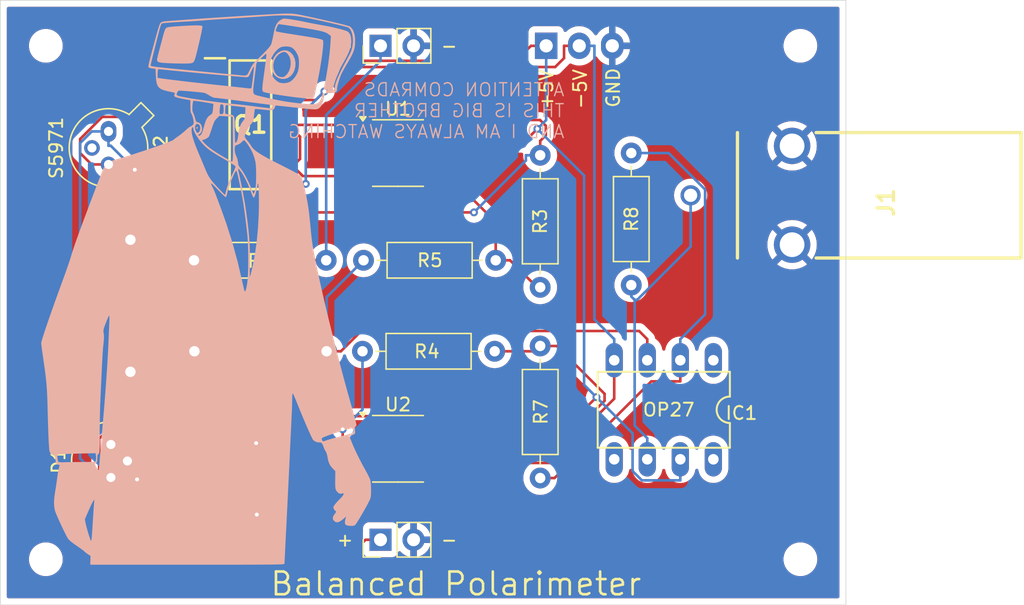
<source format=kicad_pcb>
(kicad_pcb (version 20240108) (generator "pcbnew") (generator_version "8.0")
  (layers (0 "F.Cu" signal) (31 "B.Cu" signal) (34 "B.Paste" user) (35 "F.Paste" user) (36 "B.SilkS" user "B.Silkscreen") (37 "F.SilkS" user "F.Silkscreen") (38 "B.Mask" user) (39 "F.Mask" user) (44 "Edge.Cuts" user))
  (net 0 "")
  (net 1 "+5V")
  (net 2 "Net-(D1-A)")
  (net 3 "GND")
  (net 4 "Net-(D2-A)")
  (net 5 "Net-(IC1-Pad2)")
  (net 6 "-5V")
  (net 9 "V_out")
  (net 10 "Net-(IC1-Pad3)")
  (net 11 "Net-(Q1-BASE_#1)")
  (net 12 "Net-(Q1-COLLECTOR_#3_1)")
  (net 13 "Net-(J3-Pin_1)")
  (net 14 "Net-(Q2-BASE_#1)")
  (net 15 "Net-(Q2-COLLECTOR_#3_1)")
  (net 16 "Net-(R3-Pad1)")
  (net 17 "Net-(R4-Pad1)")
  (net 22 "Net-(J5-Pin_1)")
  (footprint "Resistor_THT:R_Axial_DIN0207_L6.3mm_D2.5mm_P10.16mm_Horizontal" (layer "F.Cu") (at 170.5 83.4087 90)
    (property "Reference" "R8" (at 5.0751 0.0102 90) (layer "F.SilkS"))
    (property "Value" "20k" (hide yes))
    (pad "1" thru_hole circle (at 0 0 90) (size 1.6 1.6) (drill 0.8) (layers "*.Cu" "*.Mask") (net 9 "V_out"))
    (pad "2" thru_hole oval (at 10.16 0 90) (size 1.6 1.6) (drill 0.8) (layers "*.Cu" "*.Mask") (net 5 "Net-(IC1-Pad2)"))
  )
  (footprint "Resistor_THT:R_Axial_DIN0207_L6.3mm_D2.5mm_P10.16mm_Horizontal" (layer "F.Cu") (at 163.5 83.58 90)
    (property "Reference" "R3" (at 5.0686 -0.0002 90) (layer "F.SilkS"))
    (property "Value" "20k" (hide yes))
    (pad "1" thru_hole circle (at 0 0 90) (size 1.6 1.6) (drill 0.8) (layers "*.Cu" "*.Mask") (net 16 "Net-(R3-Pad1)"))
    (pad "2" thru_hole oval (at 10.16 0 90) (size 1.6 1.6) (drill 0.8) (layers "*.Cu" "*.Mask") (net 12 "Net-(Q1-COLLECTOR_#3_1)"))
  )
  (footprint "Resistor_THT:R_Axial_DIN0207_L6.3mm_D2.5mm_P10.16mm_Horizontal" (layer "F.Cu") (at 163.5 88.0913 -90)
    (property "Reference" "R7" (at 5.08 -0.0506 -90) (layer "F.SilkS"))
    (property "Value" "20k" (hide yes))
    (pad "1" thru_hole circle (at 0 0 270) (size 1.6 1.6) (drill 0.8) (layers "*.Cu" "*.Mask") (net 17 "Net-(R4-Pad1)"))
    (pad "2" thru_hole oval (at 10.16 0 270) (size 1.6 1.6) (drill 0.8) (layers "*.Cu" "*.Mask") (net 5 "Net-(IC1-Pad2)"))
  )
  (footprint "Package_SO:SOIC-8-1EP_3.9x4.9mm_P1.27mm_EP2.29x3mm" (layer "F.Cu") (at 152.57 73.25)
    (property "Reference" "U1" (at 0 -3.4 0) (layer "F.SilkS"))
    (property "Value" "ADA4898-1YRDZ" (hide yes))
    (pad "1" smd roundrect (at -2.475 -1.905) (size 1.95 0.6) (layers "F.Cu" "F.Paste" "F.Mask"))
    (pad "2" smd roundrect (at -2.475 -0.635) (size 1.95 0.6) (layers "F.Cu" "F.Paste" "F.Mask") (net 12 "Net-(Q1-COLLECTOR_#3_1)"))
    (pad "3" smd roundrect (at -2.475 0.635) (size 1.95 0.6) (layers "F.Cu" "F.Paste" "F.Mask") (net 3 "GND"))
    (pad "4" smd roundrect (at -2.475 1.905) (size 1.95 0.6) (layers "F.Cu" "F.Paste" "F.Mask") (net 6 "-5V"))
    (pad "5" smd roundrect (at 2.475 1.905) (size 1.95 0.6) (layers "F.Cu" "F.Paste" "F.Mask"))
    (pad "6" smd roundrect (at 2.475 0.635) (size 1.95 0.6) (layers "F.Cu" "F.Paste" "F.Mask") (net 16 "Net-(R3-Pad1)"))
    (pad "7" smd roundrect (at 2.475 -0.635) (size 1.95 0.6) (layers "F.Cu" "F.Paste" "F.Mask") (net 1 "+5V"))
    (pad "8" smd roundrect (at 2.475 -1.905) (size 1.95 0.6) (layers "F.Cu" "F.Paste" "F.Mask"))
    (pad "9" smd rect (at 0 0) (size 2.29 3) (property pad_prop_heatsink) (layers "F.Cu" "F.Mask"))
  )
  (footprint "Resistor_THT:R_Axial_DIN0207_L6.3mm_D2.5mm_P10.16mm_Horizontal" (layer "F.Cu") (at 132 90.08 90)
    (property "Reference" "R2" (at 5.0154 -0.0216 90) (layer "F.SilkS"))
    (property "Value" "20k" (hide yes))
    (pad "1" thru_hole circle (at 0 0 90) (size 1.6 1.6) (drill 0.8) (layers "*.Cu" "*.Mask") (net 13 "Net-(J3-Pin_1)"))
    (pad "2" thru_hole oval (at 10.16 0 90) (size 1.6 1.6) (drill 0.8) (layers "*.Cu" "*.Mask") (net 3 "GND"))
  )
  (footprint "Resistor_THT:R_Axial_DIN0207_L6.3mm_D2.5mm_P10.16mm_Horizontal" (layer "F.Cu") (at 149.92 81.5)
    (property "Reference" "R5" (at 5.0962 0.0086 0) (layer "F.SilkS"))
    (property "Value" "20k" (hide yes))
    (pad "1" thru_hole circle (at 0 0) (size 1.6 1.6) (drill 0.8) (layers "*.Cu" "*.Mask") (net 10 "Net-(IC1-Pad3)"))
    (pad "2" thru_hole oval (at 10.16 0) (size 1.6 1.6) (drill 0.8) (layers "*.Cu" "*.Mask") (net 16 "Net-(R3-Pad1)"))
  )
  (footprint "Connector_PinHeader_2.54mm:PinHeader_1x02_P2.54mm_Vertical" (layer "F.Cu") (at 151.225 103 90)
    (property "Reference" "J3" (hide yes))
    (property "Value" "Conn_01x02_Pin" (hide yes))
    (pad "1" thru_hole rect (at 0 0 90) (size 1.7 1.7) (drill 1) (layers "*.Cu" "*.Mask") (net 13 "Net-(J3-Pin_1)"))
    (pad "2" thru_hole oval (at 0 2.54 90) (size 1.7 1.7) (drill 1) (layers "*.Cu" "*.Mask") (net 3 "GND"))
  )
  (footprint "Senior Design:73100-0105" (layer "F.Cu") (at 200.4625 76.5 90)
    (property "Reference" "J1" (at -0.54622 -10.37956 90) (layer "F.SilkS") (effects (font (size 1.27 1.27) (thickness 0.254))))
    (property "Value" "73100-0105" (hide yes))
    (pad "1" thru_hole circle (at -3.8 -17.6 90) (size 2.8 2.8) (drill 1.9) (layers "*.Cu" "*.Mask") (net 3 "GND"))
    (pad "2" thru_hole circle (at 3.8 -17.6 90) (size 2.8 2.8) (drill 1.9) (layers "*.Cu" "*.Mask") (net 3 "GND"))
    (pad "3" thru_hole circle (at 0 -25.4 90) (size 1.55 1.55) (drill 1.02) (layers "*.Cu" "*.Mask") (net 9 "V_out"))
  )
  (footprint "Package_TO_SOT_THT:TO-18-3" (layer "F.Cu") (at 130.5 98.2113 90)
    (property "Reference" "D1" (at 1.27 -4.02 90) (layer "F.SilkS"))
    (property "Value" "S5971" (at 1.27 4.02 90) (layer "F.SilkS"))
    (fp_text user "${REFERENCE}" (at 1.27 -4.02 90) (layer "F.SilkS"))
    (pad "1" thru_hole oval (at 0 0 90) (size 1.6 1.2) (drill 0.7) (layers "*.Cu" "*.Mask") (net 6 "-5V"))
    (pad "2" thru_hole circle (at 1.27 1.27 90) (size 1.2 1.2) (drill 0.7) (layers "*.Cu" "*.Mask") (net 3 "GND"))
    (pad "3" thru_hole circle (at 2.54 0 90) (size 1.2 1.2) (drill 0.7) (layers "*.Cu" "*.Mask") (net 2 "Net-(D1-A)"))
  )
  (footprint "MountingHole:MountingHole_2.1mm" (layer "F.Cu") (at 125.5 65)
    (property "Reference" "H1" (hide yes))
    (property "Value" "MountingHole" (hide yes))
    (pad "" np_thru_hole circle (at 0 0) (size 2.1 2.1) (drill 2.1) (layers "*.Cu" "*.Mask"))
  )
  (footprint "Senior Design:SOIC127P600X175-16N" (layer "F.Cu") (at 141.225 71.0763)
    (property "Reference" "Q1" (at 0 0 0) (layer "F.SilkS") (effects (font (size 1.27 1.27) (thickness 0.254))))
    (property "Value" "MMPQ3904" (hide yes))
    (fp_text user "${REFERENCE}" (at 0 0 0) (layer "F.SilkS") (effects (font (size 1.27 1.27) (thickness 0.254))))
    (pad "1" smd rect (at -2.725 -4.445 90) (size 0.65 1.55) (layers "F.Cu" "F.Paste" "F.Mask") (net 4 "Net-(D2-A)"))
    (pad "2" smd rect (at -2.725 -3.175 90) (size 0.65 1.55) (layers "F.Cu" "F.Paste" "F.Mask") (net 4 "Net-(D2-A)"))
    (pad "3" smd rect (at -2.725 -1.905 90) (size 0.65 1.55) (layers "F.Cu" "F.Paste" "F.Mask") (net 1 "+5V"))
    (pad "4" smd rect (at -2.725 -0.635 90) (size 0.65 1.55) (layers "F.Cu" "F.Paste" "F.Mask") (net 1 "+5V"))
    (pad "5" smd rect (at -2.725 0.635 90) (size 0.65 1.55) (layers "F.Cu" "F.Paste" "F.Mask") (net 12 "Net-(Q1-COLLECTOR_#3_1)"))
    (pad "6" smd rect (at -2.725 1.905 90) (size 0.65 1.55) (layers "F.Cu" "F.Paste" "F.Mask") (net 12 "Net-(Q1-COLLECTOR_#3_1)"))
    (pad "7" smd rect (at -2.725 3.175 90) (size 0.65 1.55) (layers "F.Cu" "F.Paste" "F.Mask") (net 22 "Net-(J5-Pin_1)"))
    (pad "8" smd rect (at -2.725 4.445 90) (size 0.65 1.55) (layers "F.Cu" "F.Paste" "F.Mask") (net 22 "Net-(J5-Pin_1)"))
    (pad "9" smd rect (at 2.725 4.445 90) (size 0.65 1.55) (layers "F.Cu" "F.Paste" "F.Mask") (net 11 "Net-(Q1-BASE_#1)"))
    (pad "10" smd rect (at 2.725 3.175 90) (size 0.65 1.55) (layers "F.Cu" "F.Paste" "F.Mask") (net 6 "-5V"))
    (pad "11" smd rect (at 2.725 1.905 90) (size 0.65 1.55) (layers "F.Cu" "F.Paste" "F.Mask") (net 11 "Net-(Q1-BASE_#1)"))
    (pad "12" smd rect (at 2.725 0.635 90) (size 0.65 1.55) (layers "F.Cu" "F.Paste" "F.Mask") (net 6 "-5V"))
    (pad "13" smd rect (at 2.725 -0.635 90) (size 0.65 1.55) (layers "F.Cu" "F.Paste" "F.Mask") (net 4 "Net-(D2-A)"))
    (pad "14" smd rect (at 2.725 -1.905 90) (size 0.65 1.55) (layers "F.Cu" "F.Paste" "F.Mask") (net 11 "Net-(Q1-BASE_#1)"))
    (pad "15" smd rect (at 2.725 -3.175 90) (size 0.65 1.55) (layers "F.Cu" "F.Paste" "F.Mask") (net 11 "Net-(Q1-BASE_#1)"))
    (pad "16" smd rect (at 2.725 -4.445 90) (size 0.65 1.55) (layers "F.Cu" "F.Paste" "F.Mask") (net 6 "-5V"))
  )
  (footprint "MountingHole:MountingHole_2.1mm" (layer "F.Cu") (at 183.5 104.5)
    (property "Reference" "H4" (hide yes))
    (property "Value" "MountingHole" (hide yes))
    (pad "" np_thru_hole circle (at 0 0) (size 2.1 2.1) (drill 2.1) (layers "*.Cu" "*.Mask"))
  )
  (footprint "Senior Design:SOIC127P600X175-16N" (layer "F.Cu") (at 141.275 98.6713)
    (property "Reference" "Q2" (at 0 0 0) (layer "F.SilkS") (effects (font (size 1.27 1.27) (thickness 0.254))))
    (property "Value" "MMPQ3904" (hide yes))
    (fp_text user "${REFERENCE}" (at 0 0 0) (layer "F.SilkS") (effects (font (size 1.27 1.27) (thickness 0.254))))
    (pad "1" smd rect (at -2.725 -4.445 90) (size 0.65 1.55) (layers "F.Cu" "F.Paste" "F.Mask") (net 2 "Net-(D1-A)"))
    (pad "2" smd rect (at -2.725 -3.175 90) (size 0.65 1.55) (layers "F.Cu" "F.Paste" "F.Mask") (net 2 "Net-(D1-A)"))
    (pad "3" smd rect (at -2.725 -1.905 90) (size 0.65 1.55) (layers "F.Cu" "F.Paste" "F.Mask") (net 1 "+5V"))
    (pad "4" smd rect (at -2.725 -0.635 90) (size 0.65 1.55) (layers "F.Cu" "F.Paste" "F.Mask") (net 1 "+5V"))
    (pad "5" smd rect (at -2.725 0.635 90) (size 0.65 1.55) (layers "F.Cu" "F.Paste" "F.Mask") (net 15 "Net-(Q2-COLLECTOR_#3_1)"))
    (pad "6" smd rect (at -2.725 1.905 90) (size 0.65 1.55) (layers "F.Cu" "F.Paste" "F.Mask") (net 15 "Net-(Q2-COLLECTOR_#3_1)"))
    (pad "7" smd rect (at -2.725 3.175 90) (size 0.65 1.55) (layers "F.Cu" "F.Paste" "F.Mask") (net 13 "Net-(J3-Pin_1)"))
    (pad "8" smd rect (at -2.725 4.445 90) (size 0.65 1.55) (layers "F.Cu" "F.Paste" "F.Mask") (net 13 "Net-(J3-Pin_1)"))
    (pad "9" smd rect (at 2.725 4.445 90) (size 0.65 1.55) (layers "F.Cu" "F.Paste" "F.Mask") (net 14 "Net-(Q2-BASE_#1)"))
    (pad "10" smd rect (at 2.725 3.175 90) (size 0.65 1.55) (layers "F.Cu" "F.Paste" "F.Mask") (net 6 "-5V"))
    (pad "11" smd rect (at 2.725 1.905 90) (size 0.65 1.55) (layers "F.Cu" "F.Paste" "F.Mask") (net 14 "Net-(Q2-BASE_#1)"))
    (pad "12" smd rect (at 2.725 0.635 90) (size 0.65 1.55) (layers "F.Cu" "F.Paste" "F.Mask") (net 6 "-5V"))
    (pad "13" smd rect (at 2.725 -0.635 90) (size 0.65 1.55) (layers "F.Cu" "F.Paste" "F.Mask") (net 2 "Net-(D1-A)"))
    (pad "14" smd rect (at 2.725 -1.905 90) (size 0.65 1.55) (layers "F.Cu" "F.Paste" "F.Mask") (net 14 "Net-(Q2-BASE_#1)"))
    (pad "15" smd rect (at 2.725 -3.175 90) (size 0.65 1.55) (layers "F.Cu" "F.Paste" "F.Mask") (net 14 "Net-(Q2-BASE_#1)"))
    (pad "16" smd rect (at 2.725 -4.445 90) (size 0.65 1.55) (layers "F.Cu" "F.Paste" "F.Mask") (net 6 "-5V"))
  )
  (footprint "MountingHole:MountingHole_2.1mm" (layer "F.Cu") (at 125.5 104.5)
    (property "Reference" "H3" (hide yes))
    (property "Value" "MountingHole" (hide yes))
    (pad "" np_thru_hole circle (at 0 0) (size 2.1 2.1) (drill 2.1) (layers "*.Cu" "*.Mask"))
  )
  (footprint "MountingHole:MountingHole_2.1mm" (layer "F.Cu") (at 183.5 65)
    (property "Reference" "H2" (hide yes))
    (property "Value" "MountingHole" (hide yes))
    (pad "" np_thru_hole circle (at 0 0) (size 2.1 2.1) (drill 2.1) (layers "*.Cu" "*.Mask"))
  )
  (footprint "Senior Design:DIL08" (layer "F.Cu") (at 173 93 180)
    (property "Reference" "IC1" (at -5.969 -0.254 0) (layer "F.SilkS"))
    (property "Value" "OP27" (at -0.381 0 0) (layer "F.SilkS"))
    (pad "1" thru_hole oval (at -3.81 3.81 180) (size 1.3208 2.6416) (drill 0.8128) (layers "*.Cu" "*.Mask"))
    (pad "2" thru_hole oval (at -1.27 3.81 180) (size 1.3208 2.6416) (drill 0.8128) (layers "*.Cu" "*.Mask") (net 5 "Net-(IC1-Pad2)"))
    (pad "3" thru_hole oval (at 1.27 3.81 180) (size 1.3208 2.6416) (drill 0.8128) (layers "*.Cu" "*.Mask") (net 10 "Net-(IC1-Pad3)"))
    (pad "4" thru_hole oval (at 3.81 3.81 180) (size 1.3208 2.6416) (drill 0.8128) (layers "*.Cu" "*.Mask") (net 6 "-5V"))
    (pad "5" thru_hole oval (at 3.81 -3.81 180) (size 1.3208 2.6416) (drill 0.8128) (layers "*.Cu" "*.Mask"))
    (pad "6" thru_hole oval (at 1.27 -3.81 180) (size 1.3208 2.6416) (drill 0.8128) (layers "*.Cu" "*.Mask") (net 9 "V_out"))
    (pad "7" thru_hole oval (at -1.27 -3.81 180) (size 1.3208 2.6416) (drill 0.8128) (layers "*.Cu" "*.Mask") (net 1 "+5V"))
    (pad "8" thru_hole oval (at -3.81 -3.81 180) (size 1.3208 2.6416) (drill 0.8128) (layers "*.Cu" "*.Mask"))
  )
  (footprint "Package_TO_SOT_THT:TO-18-3" (layer "F.Cu") (at 130.3153 71.586 -90)
    (property "Reference" "D2" (at 1.27 -4.02 90) (layer "F.SilkS"))
    (property "Value" "S5971" (at 1.27 4.02 90) (layer "F.SilkS"))
    (fp_text user "${REFERENCE}" (at 1.27 -4.02 90) (layer "F.SilkS"))
    (pad "1" thru_hole oval (at 0 0 270) (size 1.6 1.2) (drill 0.7) (layers "*.Cu" "*.Mask") (net 6 "-5V"))
    (pad "2" thru_hole circle (at 1.27 1.27 270) (size 1.2 1.2) (drill 0.7) (layers "*.Cu" "*.Mask") (net 3 "GND"))
    (pad "3" thru_hole circle (at 2.54 0 270) (size 1.2 1.2) (drill 0.7) (layers "*.Cu" "*.Mask") (net 4 "Net-(D2-A)"))
  )
  (footprint "Resistor_THT:R_Axial_DIN0207_L6.3mm_D2.5mm_P10.16mm_Horizontal" (layer "F.Cu") (at 160 88.5 180)
    (property "Reference" "R4" (at 5.2124 -0.019 180) (layer "F.SilkS"))
    (property "Value" "20k" (hide yes))
    (pad "1" thru_hole circle (at 0 0 180) (size 1.6 1.6) (drill 0.8) (layers "*.Cu" "*.Mask") (net 17 "Net-(R4-Pad1)"))
    (pad "2" thru_hole oval (at 10.16 0 180) (size 1.6 1.6) (drill 0.8) (layers "*.Cu" "*.Mask") (net 15 "Net-(Q2-COLLECTOR_#3_1)"))
  )
  (footprint "Resistor_THT:R_Axial_DIN0207_L6.3mm_D2.5mm_P10.16mm_Horizontal" (layer "F.Cu") (at 136.92 88.5)
    (property "Reference" "R6" (at 5.066 -0.0064 0) (layer "F.SilkS"))
    (property "Value" "20k" (hide yes))
    (pad "1" thru_hole circle (at 0 0) (size 1.6 1.6) (drill 0.8) (layers "*.Cu" "*.Mask") (net 3 "GND"))
    (pad "2" thru_hole oval (at 10.16 0) (size 1.6 1.6) (drill 0.8) (layers "*.Cu" "*.Mask") (net 10 "Net-(IC1-Pad3)"))
  )
  (footprint "Connector_PinHeader_2.54mm:PinHeader_1x02_P2.54mm_Vertical" (layer "F.Cu") (at 151.225 65 90)
    (property "Reference" "J5" (hide yes))
    (property "Value" "Conn_01x02_Pin" (hide yes))
    (pad "1" thru_hole rect (at 0 0 90) (size 1.7 1.7) (drill 1) (layers "*.Cu" "*.Mask") (net 22 "Net-(J5-Pin_1)"))
    (pad "2" thru_hole oval (at 0 2.54 90) (size 1.7 1.7) (drill 1) (layers "*.Cu" "*.Mask") (net 3 "GND"))
  )
  (footprint "Package_SO:SOIC-8-1EP_3.9x4.9mm_P1.27mm_EP2.29x3mm" (layer "F.Cu") (at 152.57 96)
    (property "Reference" "U2" (at 0 -3.4 0) (layer "F.SilkS"))
    (property "Value" "ADA4898-1YRDZ" (hide yes))
    (pad "1" smd roundrect (at -2.475 -1.905) (size 1.95 0.6) (layers "F.Cu" "F.Paste" "F.Mask"))
    (pad "2" smd roundrect (at -2.475 -0.635) (size 1.95 0.6) (layers "F.Cu" "F.Paste" "F.Mask") (net 15 "Net-(Q2-COLLECTOR_#3_1)"))
    (pad "3" smd roundrect (at -2.475 0.635) (size 1.95 0.6) (layers "F.Cu" "F.Paste" "F.Mask") (net 3 "GND"))
    (pad "4" smd roundrect (at -2.475 1.905) (size 1.95 0.6) (layers "F.Cu" "F.Paste" "F.Mask") (net 6 "-5V"))
    (pad "5" smd roundrect (at 2.475 1.905) (size 1.95 0.6) (layers "F.Cu" "F.Paste" "F.Mask"))
    (pad "6" smd roundrect (at 2.475 0.635) (size 1.95 0.6) (layers "F.Cu" "F.Paste" "F.Mask") (net 17 "Net-(R4-Pad1)"))
    (pad "7" smd roundrect (at 2.475 -0.635) (size 1.95 0.6) (layers "F.Cu" "F.Paste" "F.Mask") (net 1 "+5V"))
    (pad "8" smd roundrect (at 2.475 -1.905) (size 1.95 0.6) (layers "F.Cu" "F.Paste" "F.Mask"))
    (pad "9" smd rect (at 0 0) (size 2.29 3) (property pad_prop_heatsink) (layers "F.Cu" "F.Mask"))
  )
  (footprint "Connector:FanPinHeader_1x03_P2.54mm_Vertical" (layer "F.Cu") (at 163.96 65)
    (property "Reference" "J2" (hide yes))
    (property "Value" "Conn_01x03_Pin" (hide yes))
    (pad "1" thru_hole rect (at 0 0 90) (size 2.03 1.73) (drill 1.02) (layers "*.Cu" "*.Mask") (net 1 "+5V"))
    (pad "2" thru_hole oval (at 2.54 0 90) (size 2.03 1.73) (drill 1.02) (layers "*.Cu" "*.Mask") (net 6 "-5V"))
    (pad "3" thru_hole oval (at 5.08 0 90) (size 2.03 1.73) (drill 1.02) (layers "*.Cu" "*.Mask") (net 3 "GND"))
  )
  (footprint "Resistor_THT:R_Axial_DIN0207_L6.3mm_D2.5mm_P10.16mm_Horizontal" (layer "F.Cu") (at 147.0488 81.5 180)
    (property "Reference" "R1" (at 5.0628 -0.0594 0) (layer "F.SilkS"))
    (property "Value" "20k" (hide yes))
    (pad "1" thru_hole circle (at 0 0 180) (size 1.6 1.6) (drill 0.8) (layers "*.Cu" "*.Mask") (net 22 "Net-(J5-Pin_1)"))
    (pad "2" thru_hole oval (at 10.16 0 180) (size 1.6 1.6) (drill 0.8) (layers "*.Cu" "*.Mask") (net 3 "GND"))
  )
  (footprint "S25-36:Big_Brother" (layer "B.Cu") (at 137.325905 81.63269 180)
    (property "Reference" "G***" (at 0 0 0) (layer "B.SilkS") (effects (font (size 1.5 1.5) (thickness 0.3)) (justify mirror)))
    (property "Value" "LOGO" (hide yes))
  )
  (gr_rect (start 122 61.5) (end 187 108) (stroke (width 0.05)) (fill none) (layer "Edge.Cuts"))
  (gr_text "ATTENTION COMRADS\nTHIS IS BIG BROTHER\nAND I AM ALWAYS WATCHING" (at 165.4302 72.1868 0) (layer "B.SilkS") (effects (font (size 1 1) (thickness 0.1)) (justify left bottom mirror)))
  (gr_text "-" (at 156.5 65 0) (layer "F.SilkS") (effects (font (size 1 1))))
  (gr_text "GND" (at 169.1132 68.2244 90) (layer "F.SilkS") (effects (font (size 1 1))))
  (gr_text "Balanced Polarimeter" (at 157.0228 107.4166 0) (layer "F.SilkS") (effects (font (size 1.75 1.75) (thickness 0.2)) (justify bottom)))
  (gr_text "-5V" (at 166.5732 68.326 90) (layer "F.SilkS") (effects (font (size 1 1))))
  (gr_text "+" (at 148.5 103 0) (layer "F.SilkS") (effects (font (size 1 1))))
  (gr_text "+5V" (at 163.9824 68.3514 90) (layer "F.SilkS") (effects (font (size 1 1))))
  (gr_text "-" (at 156.5 103 0) (layer "F.SilkS") (effects (font (size 1 1))))
  (gr_text "+" (at 148.5 65 0) (layer "F.SilkS") (effects (font (size 1 1))))
  (segment (start 137.4748 96.7663) (end 137.4737 96.7663) (width 0.2) (layer "F.Cu") (net 1))
  (segment (start 137.4737 96.7663) (end 137.4733 96.7659) (width 0.2) (layer "F.Cu") (net 1))
  (segment (start 145.8392 65.9972) (end 142.9567 65.9972) (width 0.2) (layer "F.Cu") (net 1))
  (segment (start 145.9937 66.1517) (end 145.8392 65.9972) (width 0.2) (layer "F.Cu") (net 1))
  (segment (start 137.4733 96.7659) (end 137.4733 94.9899) (width 0.2) (layer "F.Cu") (net 1))
  (segment (start 139.4738 69.4801) (end 139.5767 69.5831) (width 0.2) (layer "F.Cu") (net 1))
  (segment (start 156.3488 93.4925) (end 156.3488 94.4755) (width 0.2) (layer "F.Cu") (net 1))
  (segment (start 146.4034 93.4925) (end 156.3488 93.4925) (width 0.2) (layer "F.Cu") (net 1))
  (segment (start 137.6019 94.8613) (end 145.0346 94.8613) (width 0.2) (layer "F.Cu") (net 1))
  (segment (start 163.2802 71.3878) (end 162.053 72.615) (width 0.2) (layer "F.Cu") (net 1))
  (segment (start 138.5 70.4413) (end 139.5767 70.4413) (width 0.2) (layer "F.Cu") (net 1))
  (segment (start 145.0346 94.8613) (end 146.4034 93.4925) (width 0.2) (layer "F.Cu") (net 1))
  (segment (start 156.3488 93.4925) (end 166.3631 93.4925) (width 0.2) (layer "F.Cu") (net 1))
  (segment (start 162.7933 65) (end 161.6416 66.1517) (width 0.2) (layer "F.Cu") (net 1))
  (segment (start 166.3631 93.4925) (end 167.8232 92.0324) (width 0.2) (layer "F.Cu") (net 1))
  (segment (start 139.5767 69.5831) (end 139.5767 70.4413) (width 0.2) (layer "F.Cu") (net 1))
  (segment (start 162.053 72.615) (end 155.045 72.615) (width 0.2) (layer "F.Cu") (net 1))
  (segment (start 137.4737 96.7663) (end 137.4733 96.7663) (width 0.2) (layer "F.Cu") (net 1))
  (segment (start 163.96 65) (end 162.7933 65) (width 0.2) (layer "F.Cu") (net 1))
  (segment (start 156.3488 94.4755) (end 155.4593 95.365) (width 0.2) (layer "F.Cu") (net 1))
  (segment (start 138.5 69.1713) (end 139.1649 69.1713) (width 0.2) (layer "F.Cu") (net 1))
  (segment (start 138.55 98.0363) (end 137.4733 98.0363) (width 0.2) (layer "F.Cu") (net 1))
  (segment (start 137.5742 96.7663) (end 137.4748 96.7663) (width 0.2) (layer "F.Cu") (net 1))
  (segment (start 155.4593 95.365) (end 155.045 95.365) (width 0.2) (layer "F.Cu") (net 1))
  (segment (start 142.9567 65.9972) (end 139.4738 69.4801) (width 0.2) (layer "F.Cu") (net 1))
  (segment (start 137.4733 94.9899) (end 137.6019 94.8613) (width 0.2) (layer "F.Cu") (net 1))
  (segment (start 138.55 96.7663) (end 137.5742 96.7663) (width 0.2) (layer "F.Cu") (net 1))
  (segment (start 161.6416 66.1517) (end 145.9937 66.1517) (width 0.2) (layer "F.Cu") (net 1))
  (segment (start 139.1649 69.1713) (end 139.4738 69.4801) (width 0.2) (layer "F.Cu") (net 1))
  (segment (start 137.4733 98.0363) (end 137.4733 96.7663) (width 0.2) (layer "F.Cu") (net 1))
  (via (at 163.2802 71.3878) (size 0.6) (drill 0.3) (layers "F.Cu" "B.Cu") (net 1))
  (via (at 167.8232 92.0324) (size 0.6) (drill 0.3) (layers "F.Cu" "B.Cu") (net 1))
  (segment (start 171.3178 98.4325) (end 170.6016 97.7163) (width 0.2) (layer "B.Cu") (net 1))
  (segment (start 174.27 98.4325) (end 171.3178 98.4325) (width 0.2) (layer "B.Cu") (net 1))
  (segment (start 163.96 70.708) (end 163.2802 71.3878) (width 0.2) (layer "B.Cu") (net 1))
  (segment (start 166.8741 91.0833) (end 167.8232 92.0324) (width 0.2) (layer "B.Cu") (net 1))
  (segment (start 170.6016 94.8108) (end 167.8232 92.0324) (width 0.2) (layer "B.Cu") (net 1))
  (segment (start 163.96 65) (end 163.96 70.708) (width 0.2) (layer "B.Cu") (net 1))
  (segment (start 170.6016 97.7163) (end 170.6016 94.8108) (width 0.2) (layer "B.Cu") (net 1))
  (segment (start 174.27 96.81) (end 174.27 98.4325) (width 0.2) (layer "B.Cu") (net 1))
  (segment (start 166.8741 74.9817) (end 166.8741 91.0833) (width 0.2) (layer "B.Cu") (net 1))
  (segment (start 163.2802 71.3878) (end 166.8741 74.9817) (width 0.2) (layer "B.Cu") (net 1))
  (segment (start 138.55 94.2263) (end 131.945 94.2263) (width 0.2) (layer "F.Cu") (net 2))
  (segment (start 134.4833 95.6713) (end 137.475 98.663) (width 0.2) (layer "F.Cu") (net 2))
  (segment (start 140.3833 95.4963) (end 138.55 95.4963) (width 0.2) (layer "F.Cu") (net 2))
  (segment (start 139.5348 98.663) (end 140.1615 98.0363) (width 0.2) (layer "F.Cu") (net 2))
  (segment (start 130.5 95.6713) (end 134.4833 95.6713) (width 0.2) (layer "F.Cu") (net 2))
  (segment (start 144 98.0363) (end 142.9233 98.0363) (width 0.2) (layer "F.Cu") (net 2))
  (segment (start 142.9233 98.0363) (end 140.3833 95.4963) (width 0.2) (layer "F.Cu") (net 2))
  (segment (start 140.1615 98.0363) (end 142.9233 98.0363) (width 0.2) (layer "F.Cu") (net 2))
  (segment (start 131.945 94.2263) (end 130.5 95.6713) (width 0.2) (layer "F.Cu") (net 2))
  (segment (start 137.475 98.663) (end 139.5348 98.663) (width 0.2) (layer "F.Cu") (net 2))
  (segment (start 135.9213 69.4396) (end 137.4233 67.9376) (width 0.2) (layer "F.Cu") (net 4))
  (segment (start 138.5 66.6313) (end 137.4233 66.6313) (width 0.2) (layer "F.Cu") (net 4))
  (segment (start 142.8733 70.4413) (end 142.2481 71.0665) (width 0.2) (layer "F.Cu") (net 4))
  (segment (start 137.5242 67.9013) (end 137.4233 67.9013) (width 0.2) (layer "F.Cu") (net 4))
  (segment (start 128.1378 72.1645) (end 129.8349 70.4674) (width 0.2) (layer "F.Cu") (net 4))
  (segment (start 137.4233 67.9013) (end 137.4233 66.6313) (width 0.2) (layer "F.Cu") (net 4))
  (segment (start 142.2481 71.0665) (end 142.182 71.0665) (width 0.2) (layer "F.Cu") (net 4))
  (segment (start 137.5496 71.068) (end 135.9213 69.4396) (width 0.2) (layer "F.Cu") (net 4))
  (segment (start 130.3153 74.126) (end 129.0111 74.126) (width 0.2) (layer "F.Cu") (net 4))
  (segment (start 129.0111 74.126) (end 128.1378 73.2527) (width 0.2) (layer "F.Cu") (net 4))
  (segment (start 138.5 67.9013) (end 137.5242 67.9013) (width 0.2) (layer "F.Cu") (net 4))
  (segment (start 142.1805 71.068) (end 137.5496 71.068) (width 0.2) (layer "F.Cu") (net 4))
  (segment (start 134.8935 70.4674) (end 135.9213 69.4396) (width 0.2) (layer "F.Cu") (net 4))
  (segment (start 143.95 70.4413) (end 142.8733 70.4413) (width 0.2) (layer "F.Cu") (net 4))
  (segment (start 142.182 71.0665) (end 142.1805 71.068) (width 0.2) (layer "F.Cu") (net 4))
  (segment (start 129.8349 70.4674) (end 134.8935 70.4674) (width 0.2) (layer "F.Cu") (net 4))
  (segment (start 137.4233 67.9376) (end 137.4233 67.9013) (width 0.2) (layer "F.Cu") (net 4))
  (segment (start 128.1378 73.2527) (end 128.1378 72.1645) (width 0.2) (layer "F.Cu") (net 4))
  (segment (start 174.27 89.19) (end 174.27 90.8125) (width 0.2) (layer "F.Cu") (net 5))
  (segment (start 172.0405 90.8125) (end 174.27 90.8125) (width 0.2) (layer "F.Cu") (net 5))
  (segment (start 164.6017 98.2513) (end 172.0405 90.8125) (width 0.2) (layer "F.Cu") (net 5))
  (segment (start 163.5 98.2513) (end 164.6017 98.2513) (width 0.2) (layer "F.Cu") (net 5))
  (segment (start 176.1776 85.6599) (end 176.1776 76.0529) (width 0.2) (layer "B.Cu") (net 5))
  (segment (start 176.1776 76.0529) (end 173.3734 73.2487) (width 0.2) (layer "B.Cu") (net 5))
  (segment (start 173.3734 73.2487) (end 170.5 73.2487) (width 0.2) (layer "B.Cu") (net 5))
  (segment (start 174.27 87.5675) (end 176.1776 85.6599) (width 0.2) (layer "B.Cu") (net 5))
  (segment (start 174.27 89.19) (end 174.27 87.5675) (width 0.2) (layer "B.Cu") (net 5))
  (segment (start 145.2595 75.0224) (end 144.4884 74.2513) (width 0.2) (layer "F.Cu") (net 6))
  (segment (start 129.5983 95.2237) (end 129.5983 98.2113) (width 0.2) (layer "F.Cu") (net 6))
  (segment (start 150.095 75.155) (end 149.9624 75.0224) (width 0.2) (layer "F.Cu") (net 6))
  (segment (start 144 101.8463) (end 145.0767 101.8463) (width 0.2) (layer "F.Cu") (net 6))
  (segment (start 144.2192 74.2513) (end 144.4884 74.2513) (width 0.2) (layer "F.Cu") (net 6))
  (segment (start 136.5578 101.203) (end 140.224 101.203) (width 0.2) (layer "F.Cu") (net 6))
  (segment (start 144.2192 74.2513) (end 143.95 74.2513) (width 0.2) (layer "F.Cu") (net 6))
  (segment (start 165.3333 65.9479) (end 164.6499 66.6313) (width 0.2) (layer "F.Cu") (net 6))
  (segment (start 169.19 92.1481) (end 164.245 97.0931) (width 0.2) (layer "F.Cu") (net 6))
  (segment (start 133.0698 97.715) (end 136.5578 101.203) (width 0.2) (layer "F.Cu") (net 6))
  (segment (start 145.0393 71.993) (end 144.7576 71.7113) (width 0.2) (layer "F.Cu") (net 6))
  (segment (start 142.2466 72.338) (end 142.8733 71.7113) (width 0.2) (layer "F.Cu") (net 6))
  (segment (start 165.3333 65) (end 165.3333 65.9479) (width 0.2) (layer "F.Cu") (net 6))
  (segment (start 140.224 101.203) (end 142.1207 99.3063) (width 0.2) (layer "F.Cu") (net 6))
  (segment (start 169.19 89.19) (end 169.19 92.1481) (width 0.2) (layer "F.Cu") (net 6))
  (segment (start 134.5309 72.338) (end 142.2466 72.338) (width 0.2) (layer "F.Cu") (net 6))
  (segment (start 142.9233 94.2263) (end 142.2965 93.5995) (width 0.2) (layer "F.Cu") (net 6))
  (segment (start 145.0767 101.8463) (end 145.0767 99.3078) (width 0.2) (layer "F.Cu") (net 6))
  (segment (start 131.7753 98.2113) (end 132.2716 97.715) (width 0.2) (layer "F.Cu") (net 6))
  (segment (start 144.4884 71.7113) (end 143.95 71.7113) (width 0.2) (layer "F.Cu") (net 6))
  (segment (start 143.95 71.7113) (end 142.8733 71.7113) (width 0.2) (layer "F.Cu") (net 6))
  (segment (start 164.245 97.0931) (end 160.6996 97.0931) (width 0.2) (layer "F.Cu") (net 6))
  (segment (start 145.0767 99.3063) (end 146.478 97.905) (width 0.2) (layer "F.Cu") (net 6))
  (segment (start 144 94.2263) (end 142.9233 94.2263) (width 0.2) (layer "F.Cu") (net 6))
  (segment (start 159.2043 98.5884) (end 150.7784 98.5884) (width 0.2) (layer "F.Cu") (net 6))
  (segment (start 146.478 97.905) (end 150.095 97.905) (width 0.2) (layer "F.Cu") (net 6))
  (segment (start 160.6996 97.0931) (end 159.2043 98.5884) (width 0.2) (layer "F.Cu") (net 6))
  (segment (start 131.2225 93.5995) (end 129.5983 95.2237) (width 0.2) (layer "F.Cu") (net 6))
  (segment (start 144.4884 71.7113) (end 144.7576 71.7113) (width 0.2) (layer "F.Cu") (net 6))
  (segment (start 132.2716 97.715) (end 133.0698 97.715) (width 0.2) (layer "F.Cu") (net 6))
  (segment (start 145.0393 73.7004) (end 145.0393 71.993) (width 0.2) (layer "F.Cu") (net 6))
  (segment (start 142.2965 93.5995) (end 131.2225 93.5995) (width 0.2) (layer "F.Cu") (net 6))
  (segment (start 132.3351 74.5338) (end 134.5309 72.338) (width 0.2) (layer "F.Cu") (net 6))
  (segment (start 145.0767 99.3078) (end 145.0752 99.3063) (width 0.2) (layer "F.Cu") (net 6))
  (segment (start 144.4884 74.2513) (end 145.0393 73.7004) (width 0.2) (layer "F.Cu") (net 6))
  (segment (start 145.0752 99.3063) (end 145.0767 99.3063) (width 0.2) (layer "F.Cu") (net 6))
  (segment (start 142.1207 99.3063) (end 144 99.3063) (width 0.2) (layer "F.Cu") (net 6))
  (segment (start 144 99.3063) (end 145.0752 99.3063) (width 0.2) (layer "F.Cu") (net 6))
  (segment (start 149.9624 75.0224) (end 145.2595 75.0224) (width 0.2) (layer "F.Cu") (net 6))
  (segment (start 130.5 98.2113) (end 129.5983 98.2113) (width 0.2) (layer "F.Cu") (net 6))
  (segment (start 166.5 65) (end 165.3333 65) (width 0.2) (layer "F.Cu") (net 6))
  (segment (start 130.5 98.2113) (end 131.7753 98.2113) (width 0.2) (layer "F.Cu") (net 6))
  (segment (start 150.7784 98.5884) (end 150.095 97.905) (width 0.2) (layer "F.Cu") (net 6))
  (segment (start 164.6499 66.6313) (end 143.95 66.6313) (width 0.2) (layer "F.Cu") (net 6))
  (via (at 132.3351 74.5338) (size 0.6) (drill 0.3) (layers "F.Cu" "B.Cu") (net 6))
  (segment (start 129.032 71.586) (end 130.3153 71.586) (width 0.2) (layer "B.Cu") (net 6))
  (segment (start 130.5 98.2113) (end 129.5983 98.2113) (width 0.2) (layer "B.Cu") (net 6))
  (segment (start 130.3153 71.586) (end 130.3153 72.6877) (width 0.2) (layer "B.Cu") (net 6))
  (segment (start 129.5983 98.2113) (end 128.1303 96.7433) (width 0.2) (layer "B.Cu") (net 6))
  (segment (start 169.19 89.19) (end 169.19 87.5675) (width 0.2) (layer "B.Cu") (net 6))
  (segment (start 128.1303 72.4877) (end 129.032 71.586) (width 0.2) (layer "B.Cu") (net 6))
  (segment (start 130.3153 72.6877) (end 130.489 72.6877) (width 0.2) (layer "B.Cu") (net 6))
  (segment (start 130.489 72.6877) (end 132.3351 74.5338) (width 0.2) (layer "B.Cu") (net 6))
  (segment (start 128.1303 96.7433) (end 128.1303 72.4877) (width 0.2) (layer "B.Cu") (net 6))
  (segment (start 169.19 87.5675) (end 167.6667 86.0442) (width 0.2) (layer "B.Cu") (net 6))
  (segment (start 167.6667 86.0442) (end 167.6667 65) (width 0.2) (layer "B.Cu") (net 6))
  (segment (start 166.5 65) (end 167.6667 65) (width 0.2) (layer "B.Cu") (net 6))
  (segment (start 171.73 96.81) (end 171.73 95.1875) (width 0.2) (layer "B.Cu") (net 9))
  (segment (start 170.761 84.545) (end 170.9567 84.545) (width 0.2) (layer "B.Cu") (net 9))
  (segment (start 170.761 94.2185) (end 170.761 84.545) (width 0.2) (layer "B.Cu") (net 9))
  (segment (start 170.5 84.284) (end 170.761 84.545) (width 0.2) (layer "B.Cu") (net 9))
  (segment (start 170.9567 84.545) (end 175.0625 80.4392) (width 0.2) (layer "B.Cu") (net 9))
  (segment (start 170.5 83.4087) (end 170.5 84.284) (width 0.2) (layer "B.Cu") (net 9))
  (segment (start 171.73 95.1875) (end 170.761 94.2185) (width 0.2) (layer "B.Cu") (net 9))
  (segment (start 175.0625 80.4392) (end 175.0625 76.5) (width 0.2) (layer "B.Cu") (net 9))
  (segment (start 171.1025 86.94) (end 149.7417 86.94) (width 0.2) (layer "F.Cu") (net 10))
  (segment (start 171.73 89.19) (end 171.73 87.5675) (width 0.2) (layer "F.Cu") (net 10))
  (segment (start 149.7417 86.94) (end 148.1817 88.5) (width 0.2) (layer "F.Cu") (net 10))
  (segment (start 171.73 87.5675) (end 171.1025 86.94) (width 0.2) (layer "F.Cu") (net 10))
  (segment (start 147.08 88.5) (end 148.1817 88.5) (width 0.2) (layer "F.Cu") (net 10))
  (segment (start 149.92 81.5) (end 147.08 84.34) (width 0.2) (layer "B.Cu") (net 10))
  (segment (start 147.08 84.34) (end 147.08 88.5) (width 0.2) (layer "B.Cu") (net 10))
  (segment (start 143.95 72.9813) (end 142.8733 72.9813) (width 0.2) (layer "F.Cu") (net 11))
  (segment (start 143.95 69.1713) (end 146.243 69.1713) (width 0.2) (layer "F.Cu") (net 11))
  (segment (start 142.8748 69.1713) (end 142.8733 69.1713) (width 0.2) (layer "F.Cu") (net 11))
  (segment (start 142.8733 67.9013) (end 142.8733 69.1713) (width 0.2) (layer "F.Cu") (net 11))
  (segment (start 143.95 75.5213) (end 142.8733 75.5213) (width 0.2) (layer "F.Cu") (net 11))
  (segment (start 145.1295 75.6241) (end 145.0267 75.5213) (width 0.2) (layer "F.Cu") (net 11))
  (segment (start 142.9742 69.1713) (end 142.8748 69.1713) (width 0.2) (layer "F.Cu") (net 11))
  (segment (start 143.95 67.9013) (end 142.8733 67.9013) (width 0.2) (layer "F.Cu") (net 11))
  (segment (start 145.4802 75.6241) (end 145.1295 75.6241) (width 0.2) (layer "F.Cu") (net 11))
  (segment (start 143.9053 69.1713) (end 142.9742 69.1713) (width 0.2) (layer "F.Cu") (net 11))
  (segment (start 143.95 75.5213) (end 145.0267 75.5213) (width 0.2) (layer "F.Cu") (net 11))
  (segment (start 143.9053 69.1713) (end 143.95 69.1713) (width 0.2) (layer "F.Cu") (net 11))
  (segment (start 146.243 69.1713) (end 146.9048 68.5095) (width 0.2) (layer "F.Cu") (net 11))
  (segment (start 142.8733 75.5213) (end 142.8733 72.9813) (width 0.2) (layer "F.Cu") (net 11))
  (via (at 146.9048 68.5095) (size 0.6) (drill 0.3) (layers "F.Cu" "B.Cu") (net 11))
  (via (at 145.4802 75.6241) (size 0.6) (drill 0.3) (layers "F.Cu" "B.Cu") (net 11))
  (segment (start 145.4802 69.9341) (end 145.4802 75.6241) (width 0.2) (layer "B.Cu") (net 11))
  (segment (start 146.9048 68.5095) (end 145.4802 69.9341) (width 0.2) (layer "B.Cu") (net 11))
  (segment (start 148.784 71.0846) (end 148.784 71.0405) (width 0.2) (layer "F.Cu") (net 12))
  (segment (start 163.9292 71.1481) (end 163.9292 71.8891) (width 0.2) (layer "F.Cu") (net 12))
  (segment (start 163.5 73.42) (end 163.5 72.3183) (width 0.2) (layer "F.Cu") (net 12))
  (segment (start 149.6901 72.615) (end 148.784 71.7089) (width 0.2) (layer "F.Cu") (net 12))
  (segment (start 144.5681 77.8151) (end 139.7343 72.9813) (width 0.2) (layer "F.Cu") (net 12))
  (segment (start 138.5 71.7113) (end 142.2991 71.7113) (width 0.2) (layer "F.Cu") (net 12))
  (segment (start 142.9258 71.0846) (end 148.784 71.0846) (width 0.2) (layer "F.Cu") (net 12))
  (segment (start 163.9292 71.8891) (end 163.5 72.3183) (width 0.2) (layer "F.Cu") (net 12))
  (segment (start 139.7343 72.9813) (end 138.5 72.9813) (width 0.2) (layer "F.Cu") (net 12))
  (segment (start 163.4873 70.7062) (end 163.9292 71.1481) (width 0.2) (layer "F.Cu") (net 12))
  (segment (start 142.2991 71.7113) (end 142.9258 71.0846) (width 0.2) (layer "F.Cu") (net 12))
  (segment (start 158.4078 77.8151) (end 144.5681 77.8151) (width 0.2) (layer "F.Cu") (net 12))
  (segment (start 150.095 72.615) (end 149.6901 72.615) (width 0.2) (layer "F.Cu") (net 12))
  (segment (start 148.784 71.0405) (end 149.1183 70.7062) (width 0.2) (layer "F.Cu") (net 12))
  (segment (start 149.1183 70.7062) (end 163.4873 70.7062) (width 0.2) (layer "F.Cu") (net 12))
  (segment (start 148.784 71.7089) (end 148.784 71.0846) (width 0.2) (layer "F.Cu") (net 12))
  (via (at 158.4078 77.8151) (size 0.6) (drill 0.3) (layers "F.Cu" "B.Cu") (net 12))
  (segment (start 162.3983 73.42) (end 162.3983 73.8246) (width 0.2) (layer "B.Cu") (net 12))
  (segment (start 162.3983 73.8246) (end 158.4078 77.8151) (width 0.2) (layer "B.Cu") (net 12))
  (segment (start 163.5 73.42) (end 162.3983 73.42) (width 0.2) (layer "B.Cu") (net 12))
  (segment (start 138.55 103.1163) (end 138.0117 103.1163) (width 0.2) (layer "F.Cu") (net 13))
  (segment (start 151.225 103) (end 150.0733 103) (width 0.2) (layer "F.Cu") (net 13))
  (segment (start 149.3303 103.743) (end 150.0733 103) (width 0.2) (layer "F.Cu") (net 13))
  (segment (start 135.9981 101.8463) (end 132.51 98.3582) (width 0.2) (layer "F.Cu") (net 13))
  (segment (start 137.4733 102.5779) (end 137.4733 101.8463) (width 0.2) (layer "F.Cu") (net 13))
  (segment (start 138.6384 103.743) (end 149.3303 103.743) (width 0.2) (layer "F.Cu") (net 13))
  (segment (start 138.0117 103.1163) (end 137.4733 102.5779) (width 0.2) (layer "F.Cu") (net 13))
  (segment (start 138.0117 103.1163) (end 138.6384 103.743) (width 0.2) (layer "F.Cu") (net 13))
  (segment (start 138.55 101.8463) (end 137.4733 101.8463) (width 0.2) (layer "F.Cu") (net 13))
  (segment (start 137.4733 101.8463) (end 135.9981 101.8463) (width 0.2) (layer "F.Cu") (net 13))
  (via (at 132.51 98.3582) (size 0.6) (drill 0.3) (layers "F.Cu" "B.Cu") (net 13))
  (segment (start 132.7091 98.1591) (end 132.51 98.3582) (width 0.2) (layer "B.Cu") (net 13))
  (segment (start 132.7091 90.7891) (end 132.7091 98.1591) (width 0.2) (layer "B.Cu") (net 13))
  (segment (start 132 90.08) (end 132.7091 90.7891) (width 0.2) (layer "B.Cu") (net 13))
  (segment (start 144 95.4963) (end 142.9233 95.4963) (width 0.2) (layer "F.Cu") (net 14))
  (segment (start 142.9233 95.5645) (end 142.9233 96.7663) (width 0.2) (layer "F.Cu") (net 14))
  (segment (start 143.5625 96.7663) (end 144 96.7663) (width 0.2) (layer "F.Cu") (net 14))
  (segment (start 142.9233 95.4963) (end 142.9233 95.5645) (width 0.2) (layer "F.Cu") (net 14))
  (segment (start 144 103.1163) (end 142.9233 103.1163) (width 0.2) (layer "F.Cu") (net 14))
  (segment (start 142.9233 103.1163) (end 142.9233 100.5763) (width 0.2) (layer "F.Cu") (net 14))
  (segment (start 142.9233 95.5645) (end 141.6639 95.5645) (width 0.2) (layer "F.Cu") (net 14))
  (segment (start 141.7147 101.0641) (end 142.4355 101.0641) (width 0.2) (layer "F.Cu") (net 14))
  (segment (start 143.5625 96.7663) (end 143.0242 96.7663) (width 0.2) (layer "F.Cu") (net 14))
  (segment (start 143.0242 96.7663) (end 142.9248 96.7663) (width 0.2) (layer "F.Cu") (net 14))
  (segment (start 142.4355 101.0641) (end 142.9233 100.5763) (width 0.2) (layer "F.Cu") (net 14))
  (segment (start 144 100.5763) (end 142.9233 100.5763) (width 0.2) (layer "F.Cu") (net 14))
  (segment (start 142.9248 96.7663) (end 142.9233 96.7663) (width 0.2) (layer "F.Cu") (net 14))
  (via (at 141.6639 95.5645) (size 0.6) (drill 0.3) (layers "F.Cu" "B.Cu") (net 14))
  (via (at 141.7147 101.0641) (size 0.6) (drill 0.3) (layers "F.Cu" "B.Cu") (net 14))
  (segment (start 141.6639 95.5645) (end 141.7147 95.6153) (width 0.2) (layer "B.Cu") (net 14))
  (segment (start 141.7147 95.6153) (end 141.7147 101.0641) (width 0.2) (layer "B.Cu") (net 14))
  (segment (start 137.4835 99.548) (end 137.4733 99.5378) (width 0.2) (layer "F.Cu") (net 15))
  (segment (start 138.0117 99.3063) (end 137.6325 99.3063) (width 0.2) (layer "F.Cu") (net 15))
  (segment (start 139.6267 99.5583) (end 139.6163 99.5479) (width 0.2) (layer "F.Cu") (net 15))
  (segment (start 137.6325 99.3063) (end 137.4733 99.3063) (width 0.2) (layer "F.Cu") (net 15))
  (segment (start 138.55 100.5763) (end 139.6267 100.5763) (width 0.2) (layer "F.Cu") (net 15))
  (segment (start 139.6267 100.5763) (end 139.6267 99.5583) (width 0.2) (layer "F.Cu") (net 15))
  (segment (start 145.0115 98.6713) (end 148.3178 95.365) (width 0.2) (layer "F.Cu") (net 15))
  (segment (start 139.6163 99.5479) (end 137.4837 99.5479) (width 0.2) (layer "F.Cu") (net 15))
  (segment (start 148.3178 95.365) (end 148.3178 94.5058) (width 0.2) (layer "F.Cu") (net 15))
  (segment (start 137.4836 99.548) (end 137.4835 99.548) (width 0.2) (layer "F.Cu") (net 15))
  (segment (start 137.4837 99.5479) (end 137.4836 99.548) (width 0.2) (layer "F.Cu") (net 15))
  (segment (start 137.4733 99.5378) (end 137.4733 99.3063) (width 0.2) (layer "F.Cu") (net 15))
  (segment (start 139.6267 99.5583) (end 140.5137 98.6713) (width 0.2) (layer "F.Cu") (net 15))
  (segment (start 140.5137 98.6713) (end 145.0115 98.6713) (width 0.2) (layer "F.Cu") (net 15))
  (segment (start 138.55 99.3063) (end 138.0117 99.3063) (width 0.2) (layer "F.Cu") (net 15))
  (segment (start 148.3178 95.365) (end 150.095 95.365) (width 0.2) (layer "F.Cu") (net 15))
  (via (at 148.3178 94.5058) (size 0.6) (drill 0.3) (layers "F.Cu" "B.Cu") (net 15))
  (segment (start 149.84 92.9836) (end 149.84 88.5) (width 0.2) (layer "B.Cu") (net 15))
  (segment (start 148.3178 94.5058) (end 149.84 92.9836) (width 0.2) (layer "B.Cu") (net 15))
  (segment (start 155.4015 73.885) (end 160.08 78.5635) (width 0.2) (layer "F.Cu") (net 16))
  (segment (start 160.08 78.5635) (end 160.08 81.5) (width 0.2) (layer "F.Cu") (net 16))
  (segment (start 163.2617 83.58) (end 161.1817 81.5) (width 0.2) (layer "F.Cu") (net 16))
  (segment (start 163.5 83.58) (end 163.2617 83.58) (width 0.2) (layer "F.Cu") (net 16))
  (segment (start 160.08 81.5) (end 161.1817 81.5) (width 0.2) (layer "F.Cu") (net 16))
  (segment (start 155.045 73.885) (end 155.4015 73.885) (width 0.2) (layer "F.Cu") (net 16))
  (segment (start 163.5 88.0913) (end 164.7663 88.0913) (width 0.2) (layer "F.Cu") (net 17))
  (segment (start 164.7663 88.0913) (end 168.4479 91.7729) (width 0.2) (layer "F.Cu") (net 17))
  (segment (start 163.0913 88.5) (end 163.5 88.0913) (width 0.2) (layer "F.Cu") (net 17))
  (segment (start 168.4479 91.7729) (end 168.4479 92.312) (width 0.2) (layer "F.Cu") (net 17))
  (segment (start 168.4479 92.312) (end 164.1249 96.635) (width 0.2) (layer "F.Cu") (net 17))
  (segment (start 164.1249 96.635) (end 155.045 96.635) (width 0.2) (layer "F.Cu") (net 17))
  (segment (start 160 88.5) (end 163.0913 88.5) (width 0.2) (layer "F.Cu") (net 17))
  (segment (start 138.5 75.5213) (end 138.2309 75.5213) (width 0.2) (layer "F.Cu") (net 22))
  (segment (start 137.9617 75.5213) (end 143.9404 81.5) (width 0.2) (layer "F.Cu") (net 22))
  (segment (start 138.5 74.2513) (end 137.4233 74.2513) (width 0.2) (layer "F.Cu") (net 22))
  (segment (start 137.4233 74.7137) (end 137.4233 74.2513) (width 0.2) (layer "F.Cu") (net 22))
  (segment (start 138.2309 75.5213) (end 137.4233 74.7137) (width 0.2) (layer "F.Cu") (net 22))
  (segment (start 143.9404 81.5) (end 147.0488 81.5) (width 0.2) (layer "F.Cu") (net 22))
  (segment (start 138.2309 75.5213) (end 137.9617 75.5213) (width 0.2) (layer "F.Cu") (net 22))
  (segment (start 147.0488 70.3279) (end 151.225 66.1517) (width 0.2) (layer "B.Cu") (net 22))
  (segment (start 151.225 65) (end 151.225 66.1517) (width 0.2) (layer "B.Cu") (net 22))
  (segment (start 147.0488 81.5) (end 147.0488 70.3279) (width 0.2) (layer "B.Cu") (net 22))
  (zone (net 3) (net_name "GND") (layers "F&B.Cu") (connect_pads (clearance 0.5)) (min_thickness 0.25) (fill yes (thermal_gap 0.5) (thermal_bridge_width 0.5))
    (polygon (pts (xy 122 61.5) (xy 187 61.5) (xy 187 108) (xy 122 108)))
  )
)
</source>
